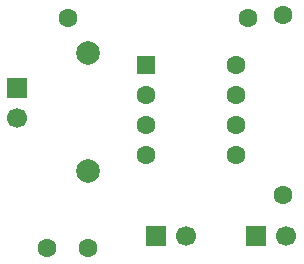
<source format=gbr>
%TF.GenerationSoftware,KiCad,Pcbnew,9.0.6*%
%TF.CreationDate,2026-01-01T03:20:53+05:30*%
%TF.ProjectId,Stem_Toy,5374656d-5f54-46f7-992e-6b696361645f,rev?*%
%TF.SameCoordinates,Original*%
%TF.FileFunction,Soldermask,Top*%
%TF.FilePolarity,Negative*%
%FSLAX46Y46*%
G04 Gerber Fmt 4.6, Leading zero omitted, Abs format (unit mm)*
G04 Created by KiCad (PCBNEW 9.0.6) date 2026-01-01 03:20:53*
%MOMM*%
%LPD*%
G01*
G04 APERTURE LIST*
G04 Aperture macros list*
%AMRoundRect*
0 Rectangle with rounded corners*
0 $1 Rounding radius*
0 $2 $3 $4 $5 $6 $7 $8 $9 X,Y pos of 4 corners*
0 Add a 4 corners polygon primitive as box body*
4,1,4,$2,$3,$4,$5,$6,$7,$8,$9,$2,$3,0*
0 Add four circle primitives for the rounded corners*
1,1,$1+$1,$2,$3*
1,1,$1+$1,$4,$5*
1,1,$1+$1,$6,$7*
1,1,$1+$1,$8,$9*
0 Add four rect primitives between the rounded corners*
20,1,$1+$1,$2,$3,$4,$5,0*
20,1,$1+$1,$4,$5,$6,$7,0*
20,1,$1+$1,$6,$7,$8,$9,0*
20,1,$1+$1,$8,$9,$2,$3,0*%
G04 Aperture macros list end*
%ADD10C,1.700000*%
%ADD11R,1.700000X1.700000*%
%ADD12C,1.600000*%
%ADD13RoundRect,0.250000X-0.550000X-0.550000X0.550000X-0.550000X0.550000X0.550000X-0.550000X0.550000X0*%
%ADD14C,2.000000*%
G04 APERTURE END LIST*
D10*
%TO.C,TP3*%
X112290000Y-107475000D03*
D11*
X109750000Y-107475000D03*
%TD*%
D10*
%TO.C,TP2*%
X103790000Y-107475000D03*
D11*
X101250000Y-107475000D03*
%TD*%
%TO.C,+BAT-*%
X89500000Y-94960000D03*
D10*
X89500000Y-97500000D03*
%TD*%
D12*
%TO.C,IC 555*%
X108000000Y-93000000D03*
X108000000Y-95540000D03*
X108000000Y-98080000D03*
X108000000Y-100620000D03*
X100380000Y-100620000D03*
X100380000Y-98080000D03*
X100380000Y-95540000D03*
D13*
X100380000Y-93000000D03*
%TD*%
D14*
%TO.C,1nF*%
X95500000Y-92000000D03*
X95500000Y-102000000D03*
%TD*%
D12*
%TO.C,10K*%
X112000000Y-88760000D03*
X112000000Y-104000000D03*
%TD*%
%TO.C,100uF*%
X95500000Y-108500000D03*
X92000000Y-108500000D03*
%TD*%
%TO.C,1K*%
X93760000Y-89000000D03*
X109000000Y-89000000D03*
%TD*%
M02*

</source>
